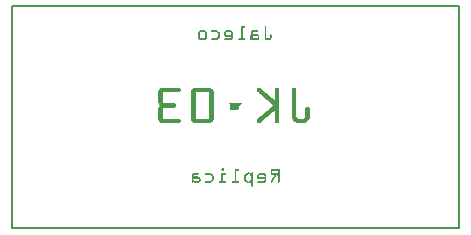
<source format=gbo>
G04 MADE WITH FRITZING*
G04 WWW.FRITZING.ORG*
G04 DOUBLE SIDED*
G04 HOLES PLATED*
G04 CONTOUR ON CENTER OF CONTOUR VECTOR*
%ASAXBY*%
%FSLAX23Y23*%
%MOIN*%
%OFA0B0*%
%SFA1.0B1.0*%
%ADD10R,1.496060X0.748031X1.480060X0.732031*%
%ADD11C,0.008000*%
%ADD12R,0.001000X0.001000*%
%LNSILK0*%
G90*
G70*
G54D11*
X4Y744D02*
X1492Y744D01*
X1492Y4D01*
X4Y4D01*
X4Y744D01*
D02*
G54D12*
X768Y677D02*
X778Y677D01*
X847Y677D02*
X848Y677D01*
X767Y676D02*
X780Y676D01*
X845Y676D02*
X849Y676D01*
X766Y675D02*
X780Y675D01*
X845Y675D02*
X850Y675D01*
X766Y674D02*
X780Y674D01*
X845Y674D02*
X850Y674D01*
X766Y673D02*
X780Y673D01*
X845Y673D02*
X850Y673D01*
X766Y672D02*
X779Y672D01*
X845Y672D02*
X850Y672D01*
X766Y671D02*
X772Y671D01*
X845Y671D02*
X850Y671D01*
X766Y670D02*
X771Y670D01*
X845Y670D02*
X850Y670D01*
X766Y669D02*
X771Y669D01*
X845Y669D02*
X850Y669D01*
X766Y668D02*
X771Y668D01*
X845Y668D02*
X850Y668D01*
X766Y667D02*
X771Y667D01*
X845Y667D02*
X850Y667D01*
X766Y666D02*
X771Y666D01*
X845Y666D02*
X850Y666D01*
X766Y665D02*
X771Y665D01*
X845Y665D02*
X850Y665D01*
X631Y664D02*
X643Y664D01*
X668Y664D02*
X684Y664D01*
X719Y664D02*
X731Y664D01*
X766Y664D02*
X771Y664D01*
X805Y664D02*
X820Y664D01*
X845Y664D02*
X850Y664D01*
X629Y663D02*
X646Y663D01*
X667Y663D02*
X686Y663D01*
X717Y663D02*
X733Y663D01*
X766Y663D02*
X771Y663D01*
X803Y663D02*
X821Y663D01*
X845Y663D02*
X850Y663D01*
X628Y662D02*
X647Y662D01*
X667Y662D02*
X688Y662D01*
X716Y662D02*
X734Y662D01*
X766Y662D02*
X771Y662D01*
X802Y662D02*
X821Y662D01*
X845Y662D02*
X850Y662D01*
X627Y661D02*
X648Y661D01*
X667Y661D02*
X689Y661D01*
X714Y661D02*
X736Y661D01*
X766Y661D02*
X771Y661D01*
X801Y661D02*
X821Y661D01*
X845Y661D02*
X850Y661D01*
X626Y660D02*
X649Y660D01*
X667Y660D02*
X690Y660D01*
X713Y660D02*
X737Y660D01*
X766Y660D02*
X771Y660D01*
X800Y660D02*
X821Y660D01*
X845Y660D02*
X850Y660D01*
X625Y659D02*
X650Y659D01*
X668Y659D02*
X691Y659D01*
X712Y659D02*
X737Y659D01*
X766Y659D02*
X771Y659D01*
X800Y659D02*
X820Y659D01*
X845Y659D02*
X850Y659D01*
X624Y658D02*
X632Y658D01*
X643Y658D02*
X651Y658D01*
X684Y658D02*
X692Y658D01*
X712Y658D02*
X720Y658D01*
X731Y658D02*
X738Y658D01*
X766Y658D02*
X771Y658D01*
X799Y658D02*
X806Y658D01*
X845Y658D02*
X850Y658D01*
X624Y657D02*
X630Y657D01*
X644Y657D02*
X651Y657D01*
X685Y657D02*
X693Y657D01*
X711Y657D02*
X718Y657D01*
X732Y657D02*
X739Y657D01*
X766Y657D02*
X771Y657D01*
X799Y657D02*
X804Y657D01*
X845Y657D02*
X850Y657D01*
X623Y656D02*
X629Y656D01*
X646Y656D02*
X652Y656D01*
X686Y656D02*
X694Y656D01*
X711Y656D02*
X717Y656D01*
X733Y656D02*
X739Y656D01*
X766Y656D02*
X771Y656D01*
X799Y656D02*
X804Y656D01*
X845Y656D02*
X850Y656D01*
X623Y655D02*
X628Y655D01*
X646Y655D02*
X652Y655D01*
X687Y655D02*
X695Y655D01*
X711Y655D02*
X716Y655D01*
X734Y655D02*
X739Y655D01*
X766Y655D02*
X771Y655D01*
X799Y655D02*
X804Y655D01*
X845Y655D02*
X850Y655D01*
X623Y654D02*
X628Y654D01*
X647Y654D02*
X652Y654D01*
X689Y654D02*
X695Y654D01*
X710Y654D02*
X716Y654D01*
X734Y654D02*
X739Y654D01*
X766Y654D02*
X771Y654D01*
X799Y654D02*
X804Y654D01*
X845Y654D02*
X850Y654D01*
X623Y653D02*
X628Y653D01*
X647Y653D02*
X652Y653D01*
X690Y653D02*
X696Y653D01*
X710Y653D02*
X716Y653D01*
X734Y653D02*
X740Y653D01*
X766Y653D02*
X771Y653D01*
X799Y653D02*
X804Y653D01*
X845Y653D02*
X850Y653D01*
X623Y652D02*
X628Y652D01*
X647Y652D02*
X652Y652D01*
X690Y652D02*
X696Y652D01*
X710Y652D02*
X716Y652D01*
X734Y652D02*
X740Y652D01*
X766Y652D02*
X771Y652D01*
X799Y652D02*
X804Y652D01*
X845Y652D02*
X850Y652D01*
X623Y651D02*
X628Y651D01*
X647Y651D02*
X652Y651D01*
X691Y651D02*
X696Y651D01*
X710Y651D02*
X716Y651D01*
X734Y651D02*
X740Y651D01*
X766Y651D02*
X771Y651D01*
X799Y651D02*
X821Y651D01*
X845Y651D02*
X850Y651D01*
X864Y651D02*
X867Y651D01*
X623Y650D02*
X628Y650D01*
X647Y650D02*
X652Y650D01*
X691Y650D02*
X696Y650D01*
X710Y650D02*
X716Y650D01*
X734Y650D02*
X740Y650D01*
X766Y650D02*
X771Y650D01*
X799Y650D02*
X823Y650D01*
X845Y650D02*
X850Y650D01*
X863Y650D02*
X867Y650D01*
X623Y649D02*
X628Y649D01*
X647Y649D02*
X652Y649D01*
X691Y649D02*
X696Y649D01*
X710Y649D02*
X716Y649D01*
X734Y649D02*
X740Y649D01*
X766Y649D02*
X771Y649D01*
X799Y649D02*
X824Y649D01*
X845Y649D02*
X850Y649D01*
X863Y649D02*
X868Y649D01*
X623Y648D02*
X628Y648D01*
X647Y648D02*
X652Y648D01*
X691Y648D02*
X696Y648D01*
X710Y648D02*
X740Y648D01*
X766Y648D02*
X771Y648D01*
X798Y648D02*
X825Y648D01*
X845Y648D02*
X850Y648D01*
X863Y648D02*
X868Y648D01*
X623Y647D02*
X628Y647D01*
X647Y647D02*
X652Y647D01*
X691Y647D02*
X696Y647D01*
X710Y647D02*
X740Y647D01*
X766Y647D02*
X771Y647D01*
X798Y647D02*
X826Y647D01*
X845Y647D02*
X850Y647D01*
X863Y647D02*
X868Y647D01*
X623Y646D02*
X628Y646D01*
X647Y646D02*
X652Y646D01*
X691Y646D02*
X696Y646D01*
X710Y646D02*
X740Y646D01*
X766Y646D02*
X771Y646D01*
X798Y646D02*
X826Y646D01*
X845Y646D02*
X850Y646D01*
X863Y646D02*
X868Y646D01*
X623Y645D02*
X628Y645D01*
X647Y645D02*
X652Y645D01*
X691Y645D02*
X696Y645D01*
X711Y645D02*
X740Y645D01*
X766Y645D02*
X771Y645D01*
X798Y645D02*
X805Y645D01*
X821Y645D02*
X827Y645D01*
X845Y645D02*
X850Y645D01*
X863Y645D02*
X868Y645D01*
X623Y644D02*
X628Y644D01*
X647Y644D02*
X652Y644D01*
X691Y644D02*
X696Y644D01*
X711Y644D02*
X740Y644D01*
X766Y644D02*
X771Y644D01*
X798Y644D02*
X804Y644D01*
X822Y644D02*
X827Y644D01*
X845Y644D02*
X850Y644D01*
X863Y644D02*
X868Y644D01*
X623Y643D02*
X628Y643D01*
X647Y643D02*
X652Y643D01*
X691Y643D02*
X696Y643D01*
X713Y643D02*
X740Y643D01*
X766Y643D02*
X771Y643D01*
X798Y643D02*
X804Y643D01*
X822Y643D02*
X827Y643D01*
X845Y643D02*
X850Y643D01*
X863Y643D02*
X868Y643D01*
X623Y642D02*
X628Y642D01*
X647Y642D02*
X652Y642D01*
X690Y642D02*
X696Y642D01*
X734Y642D02*
X740Y642D01*
X766Y642D02*
X771Y642D01*
X798Y642D02*
X803Y642D01*
X822Y642D02*
X827Y642D01*
X845Y642D02*
X850Y642D01*
X863Y642D02*
X868Y642D01*
X623Y641D02*
X628Y641D01*
X647Y641D02*
X652Y641D01*
X689Y641D02*
X695Y641D01*
X734Y641D02*
X740Y641D01*
X766Y641D02*
X771Y641D01*
X798Y641D02*
X803Y641D01*
X822Y641D02*
X827Y641D01*
X845Y641D02*
X850Y641D01*
X863Y641D02*
X868Y641D01*
X623Y640D02*
X628Y640D01*
X647Y640D02*
X652Y640D01*
X688Y640D02*
X695Y640D01*
X734Y640D02*
X739Y640D01*
X766Y640D02*
X771Y640D01*
X798Y640D02*
X804Y640D01*
X822Y640D02*
X827Y640D01*
X845Y640D02*
X850Y640D01*
X863Y640D02*
X868Y640D01*
X623Y639D02*
X629Y639D01*
X646Y639D02*
X652Y639D01*
X687Y639D02*
X694Y639D01*
X734Y639D02*
X739Y639D01*
X766Y639D02*
X771Y639D01*
X798Y639D02*
X805Y639D01*
X822Y639D02*
X827Y639D01*
X845Y639D02*
X850Y639D01*
X863Y639D02*
X868Y639D01*
X623Y638D02*
X630Y638D01*
X645Y638D02*
X651Y638D01*
X686Y638D02*
X694Y638D01*
X733Y638D02*
X739Y638D01*
X766Y638D02*
X771Y638D01*
X798Y638D02*
X807Y638D01*
X822Y638D02*
X827Y638D01*
X845Y638D02*
X850Y638D01*
X863Y638D02*
X868Y638D01*
X624Y637D02*
X631Y637D01*
X644Y637D02*
X651Y637D01*
X685Y637D02*
X693Y637D01*
X731Y637D02*
X739Y637D01*
X766Y637D02*
X771Y637D01*
X798Y637D02*
X808Y637D01*
X821Y637D02*
X827Y637D01*
X845Y637D02*
X851Y637D01*
X862Y637D02*
X868Y637D01*
X624Y636D02*
X651Y636D01*
X669Y636D02*
X692Y636D01*
X713Y636D02*
X738Y636D01*
X760Y636D02*
X778Y636D01*
X798Y636D02*
X827Y636D01*
X845Y636D02*
X867Y636D01*
X625Y635D02*
X650Y635D01*
X667Y635D02*
X691Y635D01*
X711Y635D02*
X737Y635D01*
X758Y635D02*
X780Y635D01*
X798Y635D02*
X826Y635D01*
X846Y635D02*
X867Y635D01*
X626Y634D02*
X649Y634D01*
X667Y634D02*
X689Y634D01*
X711Y634D02*
X736Y634D01*
X757Y634D02*
X780Y634D01*
X798Y634D02*
X826Y634D01*
X846Y634D02*
X866Y634D01*
X627Y633D02*
X648Y633D01*
X667Y633D02*
X688Y633D01*
X710Y633D02*
X735Y633D01*
X757Y633D02*
X780Y633D01*
X798Y633D02*
X825Y633D01*
X847Y633D02*
X865Y633D01*
X629Y632D02*
X646Y632D01*
X667Y632D02*
X687Y632D01*
X711Y632D02*
X734Y632D01*
X757Y632D02*
X780Y632D01*
X798Y632D02*
X803Y632D01*
X806Y632D02*
X824Y632D01*
X848Y632D02*
X864Y632D01*
X630Y631D02*
X645Y631D01*
X668Y631D02*
X686Y631D01*
X711Y631D02*
X732Y631D01*
X758Y631D02*
X779Y631D01*
X799Y631D02*
X802Y631D01*
X808Y631D02*
X822Y631D01*
X850Y631D02*
X863Y631D01*
X504Y472D02*
X559Y472D01*
X614Y472D02*
X660Y472D01*
X825Y472D02*
X827Y472D01*
X885Y472D02*
X887Y472D01*
X942Y472D02*
X944Y472D01*
X500Y471D02*
X561Y471D01*
X609Y471D02*
X665Y471D01*
X822Y471D02*
X829Y471D01*
X883Y471D02*
X889Y471D01*
X939Y471D02*
X946Y471D01*
X498Y470D02*
X562Y470D01*
X608Y470D02*
X666Y470D01*
X821Y470D02*
X831Y470D01*
X881Y470D02*
X891Y470D01*
X938Y470D02*
X948Y470D01*
X497Y469D02*
X563Y469D01*
X606Y469D02*
X668Y469D01*
X820Y469D02*
X832Y469D01*
X880Y469D02*
X892Y469D01*
X937Y469D02*
X949Y469D01*
X495Y468D02*
X564Y468D01*
X605Y468D02*
X669Y468D01*
X820Y468D02*
X833Y468D01*
X880Y468D02*
X892Y468D01*
X937Y468D02*
X949Y468D01*
X494Y467D02*
X564Y467D01*
X604Y467D02*
X670Y467D01*
X819Y467D02*
X834Y467D01*
X879Y467D02*
X893Y467D01*
X936Y467D02*
X950Y467D01*
X494Y466D02*
X565Y466D01*
X603Y466D02*
X671Y466D01*
X819Y466D02*
X835Y466D01*
X879Y466D02*
X893Y466D01*
X936Y466D02*
X950Y466D01*
X493Y465D02*
X565Y465D01*
X602Y465D02*
X672Y465D01*
X819Y465D02*
X837Y465D01*
X879Y465D02*
X893Y465D01*
X936Y465D02*
X950Y465D01*
X492Y464D02*
X565Y464D01*
X602Y464D02*
X672Y464D01*
X819Y464D02*
X838Y464D01*
X879Y464D02*
X893Y464D01*
X936Y464D02*
X950Y464D01*
X492Y463D02*
X565Y463D01*
X601Y463D02*
X673Y463D01*
X819Y463D02*
X839Y463D01*
X879Y463D02*
X893Y463D01*
X936Y463D02*
X950Y463D01*
X491Y462D02*
X564Y462D01*
X601Y462D02*
X673Y462D01*
X819Y462D02*
X840Y462D01*
X879Y462D02*
X893Y462D01*
X936Y462D02*
X950Y462D01*
X491Y461D02*
X564Y461D01*
X600Y461D02*
X674Y461D01*
X820Y461D02*
X841Y461D01*
X879Y461D02*
X893Y461D01*
X936Y461D02*
X950Y461D01*
X491Y460D02*
X563Y460D01*
X600Y460D02*
X674Y460D01*
X820Y460D02*
X842Y460D01*
X879Y460D02*
X893Y460D01*
X936Y460D02*
X950Y460D01*
X490Y459D02*
X562Y459D01*
X600Y459D02*
X674Y459D01*
X821Y459D02*
X844Y459D01*
X879Y459D02*
X893Y459D01*
X936Y459D02*
X950Y459D01*
X490Y458D02*
X561Y458D01*
X600Y458D02*
X674Y458D01*
X822Y458D02*
X845Y458D01*
X879Y458D02*
X893Y458D01*
X936Y458D02*
X950Y458D01*
X490Y457D02*
X559Y457D01*
X600Y457D02*
X674Y457D01*
X823Y457D02*
X846Y457D01*
X879Y457D02*
X893Y457D01*
X936Y457D02*
X950Y457D01*
X490Y456D02*
X505Y456D01*
X600Y456D02*
X614Y456D01*
X660Y456D02*
X674Y456D01*
X825Y456D02*
X847Y456D01*
X879Y456D02*
X893Y456D01*
X936Y456D02*
X950Y456D01*
X490Y455D02*
X505Y455D01*
X600Y455D02*
X614Y455D01*
X660Y455D02*
X674Y455D01*
X826Y455D02*
X848Y455D01*
X879Y455D02*
X893Y455D01*
X936Y455D02*
X950Y455D01*
X490Y454D02*
X505Y454D01*
X600Y454D02*
X614Y454D01*
X660Y454D02*
X674Y454D01*
X827Y454D02*
X849Y454D01*
X879Y454D02*
X893Y454D01*
X936Y454D02*
X950Y454D01*
X490Y453D02*
X505Y453D01*
X600Y453D02*
X614Y453D01*
X660Y453D02*
X674Y453D01*
X828Y453D02*
X851Y453D01*
X879Y453D02*
X893Y453D01*
X936Y453D02*
X950Y453D01*
X490Y452D02*
X505Y452D01*
X600Y452D02*
X614Y452D01*
X660Y452D02*
X674Y452D01*
X829Y452D02*
X852Y452D01*
X879Y452D02*
X893Y452D01*
X936Y452D02*
X950Y452D01*
X490Y451D02*
X505Y451D01*
X600Y451D02*
X614Y451D01*
X660Y451D02*
X674Y451D01*
X830Y451D02*
X853Y451D01*
X879Y451D02*
X893Y451D01*
X936Y451D02*
X950Y451D01*
X490Y450D02*
X505Y450D01*
X600Y450D02*
X614Y450D01*
X660Y450D02*
X674Y450D01*
X832Y450D02*
X854Y450D01*
X879Y450D02*
X893Y450D01*
X936Y450D02*
X950Y450D01*
X490Y449D02*
X505Y449D01*
X600Y449D02*
X614Y449D01*
X660Y449D02*
X674Y449D01*
X833Y449D02*
X855Y449D01*
X879Y449D02*
X893Y449D01*
X936Y449D02*
X950Y449D01*
X490Y448D02*
X505Y448D01*
X600Y448D02*
X614Y448D01*
X660Y448D02*
X674Y448D01*
X834Y448D02*
X856Y448D01*
X879Y448D02*
X893Y448D01*
X936Y448D02*
X950Y448D01*
X490Y447D02*
X505Y447D01*
X600Y447D02*
X614Y447D01*
X660Y447D02*
X674Y447D01*
X835Y447D02*
X858Y447D01*
X879Y447D02*
X893Y447D01*
X936Y447D02*
X950Y447D01*
X490Y446D02*
X505Y446D01*
X600Y446D02*
X614Y446D01*
X660Y446D02*
X674Y446D01*
X836Y446D02*
X859Y446D01*
X879Y446D02*
X893Y446D01*
X936Y446D02*
X950Y446D01*
X490Y445D02*
X505Y445D01*
X600Y445D02*
X614Y445D01*
X660Y445D02*
X674Y445D01*
X837Y445D02*
X860Y445D01*
X879Y445D02*
X893Y445D01*
X936Y445D02*
X950Y445D01*
X490Y444D02*
X505Y444D01*
X600Y444D02*
X614Y444D01*
X660Y444D02*
X674Y444D01*
X839Y444D02*
X861Y444D01*
X879Y444D02*
X893Y444D01*
X936Y444D02*
X950Y444D01*
X490Y443D02*
X505Y443D01*
X600Y443D02*
X614Y443D01*
X660Y443D02*
X674Y443D01*
X840Y443D02*
X862Y443D01*
X879Y443D02*
X893Y443D01*
X936Y443D02*
X950Y443D01*
X490Y442D02*
X505Y442D01*
X600Y442D02*
X614Y442D01*
X660Y442D02*
X674Y442D01*
X841Y442D02*
X863Y442D01*
X879Y442D02*
X893Y442D01*
X936Y442D02*
X950Y442D01*
X490Y441D02*
X505Y441D01*
X600Y441D02*
X614Y441D01*
X660Y441D02*
X674Y441D01*
X842Y441D02*
X865Y441D01*
X879Y441D02*
X893Y441D01*
X936Y441D02*
X950Y441D01*
X490Y440D02*
X505Y440D01*
X600Y440D02*
X614Y440D01*
X660Y440D02*
X674Y440D01*
X843Y440D02*
X866Y440D01*
X879Y440D02*
X893Y440D01*
X936Y440D02*
X950Y440D01*
X490Y439D02*
X505Y439D01*
X600Y439D02*
X614Y439D01*
X660Y439D02*
X674Y439D01*
X844Y439D02*
X867Y439D01*
X879Y439D02*
X893Y439D01*
X936Y439D02*
X950Y439D01*
X490Y438D02*
X505Y438D01*
X600Y438D02*
X614Y438D01*
X660Y438D02*
X674Y438D01*
X846Y438D02*
X868Y438D01*
X879Y438D02*
X893Y438D01*
X936Y438D02*
X950Y438D01*
X490Y437D02*
X505Y437D01*
X600Y437D02*
X614Y437D01*
X660Y437D02*
X674Y437D01*
X847Y437D02*
X869Y437D01*
X879Y437D02*
X893Y437D01*
X936Y437D02*
X950Y437D01*
X490Y436D02*
X505Y436D01*
X600Y436D02*
X614Y436D01*
X660Y436D02*
X674Y436D01*
X848Y436D02*
X871Y436D01*
X879Y436D02*
X893Y436D01*
X936Y436D02*
X950Y436D01*
X490Y435D02*
X505Y435D01*
X600Y435D02*
X614Y435D01*
X660Y435D02*
X674Y435D01*
X849Y435D02*
X872Y435D01*
X879Y435D02*
X893Y435D01*
X936Y435D02*
X950Y435D01*
X490Y434D02*
X505Y434D01*
X600Y434D02*
X614Y434D01*
X660Y434D02*
X674Y434D01*
X850Y434D02*
X873Y434D01*
X879Y434D02*
X893Y434D01*
X936Y434D02*
X950Y434D01*
X490Y433D02*
X505Y433D01*
X600Y433D02*
X614Y433D01*
X660Y433D02*
X674Y433D01*
X851Y433D02*
X874Y433D01*
X879Y433D02*
X893Y433D01*
X936Y433D02*
X950Y433D01*
X490Y432D02*
X505Y432D01*
X600Y432D02*
X614Y432D01*
X660Y432D02*
X674Y432D01*
X853Y432D02*
X875Y432D01*
X879Y432D02*
X893Y432D01*
X936Y432D02*
X950Y432D01*
X490Y431D02*
X505Y431D01*
X600Y431D02*
X614Y431D01*
X660Y431D02*
X674Y431D01*
X854Y431D02*
X876Y431D01*
X879Y431D02*
X893Y431D01*
X936Y431D02*
X950Y431D01*
X490Y430D02*
X505Y430D01*
X600Y430D02*
X614Y430D01*
X660Y430D02*
X674Y430D01*
X855Y430D02*
X893Y430D01*
X936Y430D02*
X950Y430D01*
X490Y429D02*
X505Y429D01*
X600Y429D02*
X614Y429D01*
X660Y429D02*
X674Y429D01*
X856Y429D02*
X893Y429D01*
X936Y429D02*
X950Y429D01*
X490Y428D02*
X505Y428D01*
X600Y428D02*
X614Y428D01*
X660Y428D02*
X674Y428D01*
X857Y428D02*
X893Y428D01*
X936Y428D02*
X950Y428D01*
X490Y427D02*
X505Y427D01*
X600Y427D02*
X614Y427D01*
X660Y427D02*
X674Y427D01*
X858Y427D02*
X893Y427D01*
X936Y427D02*
X950Y427D01*
X491Y426D02*
X505Y426D01*
X600Y426D02*
X614Y426D01*
X660Y426D02*
X674Y426D01*
X860Y426D02*
X893Y426D01*
X936Y426D02*
X950Y426D01*
X491Y425D02*
X505Y425D01*
X600Y425D02*
X614Y425D01*
X660Y425D02*
X674Y425D01*
X861Y425D02*
X893Y425D01*
X936Y425D02*
X950Y425D01*
X491Y424D02*
X506Y424D01*
X600Y424D02*
X614Y424D01*
X660Y424D02*
X674Y424D01*
X862Y424D02*
X893Y424D01*
X936Y424D02*
X950Y424D01*
X491Y423D02*
X507Y423D01*
X600Y423D02*
X614Y423D01*
X660Y423D02*
X674Y423D01*
X863Y423D02*
X893Y423D01*
X936Y423D02*
X950Y423D01*
X491Y422D02*
X508Y422D01*
X600Y422D02*
X614Y422D01*
X660Y422D02*
X674Y422D01*
X864Y422D02*
X893Y422D01*
X936Y422D02*
X950Y422D01*
X492Y421D02*
X511Y421D01*
X600Y421D02*
X614Y421D01*
X660Y421D02*
X674Y421D01*
X865Y421D02*
X893Y421D01*
X936Y421D02*
X950Y421D01*
X492Y420D02*
X545Y420D01*
X600Y420D02*
X614Y420D01*
X660Y420D02*
X674Y420D01*
X728Y420D02*
X769Y420D01*
X867Y420D02*
X893Y420D01*
X936Y420D02*
X950Y420D01*
X492Y419D02*
X547Y419D01*
X600Y419D02*
X614Y419D01*
X660Y419D02*
X674Y419D01*
X729Y419D02*
X768Y419D01*
X868Y419D02*
X893Y419D01*
X936Y419D02*
X950Y419D01*
X493Y418D02*
X548Y418D01*
X600Y418D02*
X614Y418D01*
X660Y418D02*
X674Y418D01*
X730Y418D02*
X767Y418D01*
X869Y418D02*
X893Y418D01*
X936Y418D02*
X950Y418D01*
X493Y417D02*
X549Y417D01*
X600Y417D02*
X614Y417D01*
X660Y417D02*
X674Y417D01*
X730Y417D02*
X766Y417D01*
X870Y417D02*
X893Y417D01*
X936Y417D02*
X950Y417D01*
X494Y416D02*
X549Y416D01*
X600Y416D02*
X614Y416D01*
X660Y416D02*
X674Y416D01*
X730Y416D02*
X765Y416D01*
X871Y416D02*
X893Y416D01*
X936Y416D02*
X950Y416D01*
X495Y415D02*
X549Y415D01*
X600Y415D02*
X614Y415D01*
X660Y415D02*
X674Y415D01*
X731Y415D02*
X764Y415D01*
X872Y415D02*
X893Y415D01*
X936Y415D02*
X950Y415D01*
X496Y414D02*
X550Y414D01*
X600Y414D02*
X614Y414D01*
X660Y414D02*
X674Y414D01*
X731Y414D02*
X763Y414D01*
X874Y414D02*
X893Y414D01*
X936Y414D02*
X950Y414D01*
X496Y413D02*
X550Y413D01*
X600Y413D02*
X614Y413D01*
X660Y413D02*
X674Y413D01*
X731Y413D02*
X762Y413D01*
X874Y413D02*
X893Y413D01*
X936Y413D02*
X950Y413D01*
X496Y412D02*
X550Y412D01*
X600Y412D02*
X614Y412D01*
X660Y412D02*
X674Y412D01*
X731Y412D02*
X762Y412D01*
X873Y412D02*
X893Y412D01*
X936Y412D02*
X950Y412D01*
X495Y411D02*
X549Y411D01*
X600Y411D02*
X614Y411D01*
X660Y411D02*
X674Y411D01*
X731Y411D02*
X761Y411D01*
X872Y411D02*
X893Y411D01*
X936Y411D02*
X950Y411D01*
X494Y410D02*
X549Y410D01*
X600Y410D02*
X614Y410D01*
X660Y410D02*
X674Y410D01*
X731Y410D02*
X760Y410D01*
X871Y410D02*
X893Y410D01*
X936Y410D02*
X950Y410D01*
X493Y409D02*
X549Y409D01*
X600Y409D02*
X614Y409D01*
X660Y409D02*
X674Y409D01*
X731Y409D02*
X760Y409D01*
X870Y409D02*
X893Y409D01*
X936Y409D02*
X950Y409D01*
X493Y408D02*
X548Y408D01*
X600Y408D02*
X614Y408D01*
X660Y408D02*
X674Y408D01*
X731Y408D02*
X759Y408D01*
X869Y408D02*
X893Y408D01*
X936Y408D02*
X950Y408D01*
X492Y407D02*
X547Y407D01*
X600Y407D02*
X614Y407D01*
X660Y407D02*
X674Y407D01*
X731Y407D02*
X759Y407D01*
X868Y407D02*
X893Y407D01*
X936Y407D02*
X950Y407D01*
X985Y407D02*
X991Y407D01*
X492Y406D02*
X545Y406D01*
X600Y406D02*
X614Y406D01*
X660Y406D02*
X674Y406D01*
X731Y406D02*
X759Y406D01*
X866Y406D02*
X893Y406D01*
X936Y406D02*
X950Y406D01*
X983Y406D02*
X992Y406D01*
X492Y405D02*
X510Y405D01*
X600Y405D02*
X614Y405D01*
X660Y405D02*
X674Y405D01*
X731Y405D02*
X758Y405D01*
X865Y405D02*
X893Y405D01*
X936Y405D02*
X950Y405D01*
X983Y405D02*
X993Y405D01*
X491Y404D02*
X508Y404D01*
X600Y404D02*
X614Y404D01*
X660Y404D02*
X674Y404D01*
X731Y404D02*
X758Y404D01*
X864Y404D02*
X893Y404D01*
X936Y404D02*
X950Y404D01*
X982Y404D02*
X994Y404D01*
X491Y403D02*
X507Y403D01*
X600Y403D02*
X614Y403D01*
X660Y403D02*
X674Y403D01*
X730Y403D02*
X758Y403D01*
X863Y403D02*
X893Y403D01*
X936Y403D02*
X950Y403D01*
X981Y403D02*
X995Y403D01*
X491Y402D02*
X506Y402D01*
X600Y402D02*
X614Y402D01*
X660Y402D02*
X674Y402D01*
X730Y402D02*
X758Y402D01*
X862Y402D02*
X893Y402D01*
X936Y402D02*
X950Y402D01*
X981Y402D02*
X995Y402D01*
X491Y401D02*
X505Y401D01*
X600Y401D02*
X614Y401D01*
X660Y401D02*
X674Y401D01*
X729Y401D02*
X758Y401D01*
X861Y401D02*
X893Y401D01*
X936Y401D02*
X950Y401D01*
X981Y401D02*
X995Y401D01*
X490Y400D02*
X505Y400D01*
X600Y400D02*
X614Y400D01*
X660Y400D02*
X674Y400D01*
X729Y400D02*
X757Y400D01*
X859Y400D02*
X893Y400D01*
X936Y400D02*
X950Y400D01*
X981Y400D02*
X995Y400D01*
X490Y399D02*
X505Y399D01*
X600Y399D02*
X614Y399D01*
X660Y399D02*
X674Y399D01*
X728Y399D02*
X758Y399D01*
X858Y399D02*
X893Y399D01*
X936Y399D02*
X950Y399D01*
X981Y399D02*
X995Y399D01*
X490Y398D02*
X505Y398D01*
X600Y398D02*
X614Y398D01*
X660Y398D02*
X674Y398D01*
X857Y398D02*
X893Y398D01*
X936Y398D02*
X950Y398D01*
X981Y398D02*
X995Y398D01*
X490Y397D02*
X505Y397D01*
X600Y397D02*
X614Y397D01*
X660Y397D02*
X674Y397D01*
X856Y397D02*
X893Y397D01*
X936Y397D02*
X950Y397D01*
X981Y397D02*
X995Y397D01*
X490Y396D02*
X505Y396D01*
X600Y396D02*
X614Y396D01*
X660Y396D02*
X674Y396D01*
X855Y396D02*
X893Y396D01*
X936Y396D02*
X950Y396D01*
X981Y396D02*
X995Y396D01*
X490Y395D02*
X505Y395D01*
X600Y395D02*
X614Y395D01*
X660Y395D02*
X674Y395D01*
X854Y395D02*
X876Y395D01*
X879Y395D02*
X893Y395D01*
X936Y395D02*
X950Y395D01*
X981Y395D02*
X995Y395D01*
X490Y394D02*
X505Y394D01*
X600Y394D02*
X614Y394D01*
X660Y394D02*
X674Y394D01*
X852Y394D02*
X875Y394D01*
X879Y394D02*
X893Y394D01*
X936Y394D02*
X950Y394D01*
X981Y394D02*
X995Y394D01*
X490Y393D02*
X505Y393D01*
X600Y393D02*
X614Y393D01*
X660Y393D02*
X674Y393D01*
X851Y393D02*
X874Y393D01*
X879Y393D02*
X893Y393D01*
X936Y393D02*
X950Y393D01*
X981Y393D02*
X995Y393D01*
X490Y392D02*
X505Y392D01*
X600Y392D02*
X614Y392D01*
X660Y392D02*
X674Y392D01*
X850Y392D02*
X873Y392D01*
X879Y392D02*
X893Y392D01*
X936Y392D02*
X950Y392D01*
X981Y392D02*
X995Y392D01*
X490Y391D02*
X505Y391D01*
X600Y391D02*
X614Y391D01*
X660Y391D02*
X674Y391D01*
X849Y391D02*
X871Y391D01*
X879Y391D02*
X893Y391D01*
X936Y391D02*
X950Y391D01*
X981Y391D02*
X995Y391D01*
X490Y390D02*
X505Y390D01*
X600Y390D02*
X614Y390D01*
X660Y390D02*
X674Y390D01*
X848Y390D02*
X870Y390D01*
X879Y390D02*
X893Y390D01*
X936Y390D02*
X950Y390D01*
X981Y390D02*
X995Y390D01*
X490Y389D02*
X505Y389D01*
X600Y389D02*
X614Y389D01*
X660Y389D02*
X674Y389D01*
X847Y389D02*
X869Y389D01*
X879Y389D02*
X893Y389D01*
X936Y389D02*
X950Y389D01*
X981Y389D02*
X995Y389D01*
X490Y388D02*
X505Y388D01*
X600Y388D02*
X614Y388D01*
X660Y388D02*
X674Y388D01*
X845Y388D02*
X868Y388D01*
X879Y388D02*
X893Y388D01*
X936Y388D02*
X950Y388D01*
X981Y388D02*
X995Y388D01*
X490Y387D02*
X505Y387D01*
X600Y387D02*
X614Y387D01*
X660Y387D02*
X674Y387D01*
X844Y387D02*
X867Y387D01*
X879Y387D02*
X893Y387D01*
X936Y387D02*
X950Y387D01*
X981Y387D02*
X995Y387D01*
X490Y386D02*
X505Y386D01*
X600Y386D02*
X614Y386D01*
X660Y386D02*
X674Y386D01*
X843Y386D02*
X866Y386D01*
X879Y386D02*
X893Y386D01*
X936Y386D02*
X950Y386D01*
X981Y386D02*
X995Y386D01*
X490Y385D02*
X505Y385D01*
X600Y385D02*
X614Y385D01*
X660Y385D02*
X674Y385D01*
X842Y385D02*
X864Y385D01*
X879Y385D02*
X893Y385D01*
X936Y385D02*
X950Y385D01*
X981Y385D02*
X995Y385D01*
X490Y384D02*
X505Y384D01*
X600Y384D02*
X614Y384D01*
X660Y384D02*
X674Y384D01*
X841Y384D02*
X863Y384D01*
X879Y384D02*
X893Y384D01*
X936Y384D02*
X950Y384D01*
X981Y384D02*
X995Y384D01*
X490Y383D02*
X505Y383D01*
X600Y383D02*
X614Y383D01*
X660Y383D02*
X674Y383D01*
X840Y383D02*
X862Y383D01*
X879Y383D02*
X893Y383D01*
X936Y383D02*
X950Y383D01*
X981Y383D02*
X995Y383D01*
X490Y382D02*
X505Y382D01*
X600Y382D02*
X614Y382D01*
X660Y382D02*
X674Y382D01*
X838Y382D02*
X861Y382D01*
X879Y382D02*
X893Y382D01*
X936Y382D02*
X950Y382D01*
X981Y382D02*
X995Y382D01*
X490Y381D02*
X505Y381D01*
X600Y381D02*
X614Y381D01*
X660Y381D02*
X674Y381D01*
X837Y381D02*
X860Y381D01*
X879Y381D02*
X893Y381D01*
X936Y381D02*
X950Y381D01*
X981Y381D02*
X995Y381D01*
X490Y380D02*
X505Y380D01*
X600Y380D02*
X614Y380D01*
X660Y380D02*
X674Y380D01*
X836Y380D02*
X859Y380D01*
X879Y380D02*
X893Y380D01*
X936Y380D02*
X950Y380D01*
X981Y380D02*
X995Y380D01*
X490Y379D02*
X505Y379D01*
X600Y379D02*
X614Y379D01*
X660Y379D02*
X674Y379D01*
X835Y379D02*
X857Y379D01*
X879Y379D02*
X893Y379D01*
X936Y379D02*
X950Y379D01*
X981Y379D02*
X995Y379D01*
X490Y378D02*
X505Y378D01*
X600Y378D02*
X614Y378D01*
X660Y378D02*
X674Y378D01*
X834Y378D02*
X856Y378D01*
X879Y378D02*
X893Y378D01*
X936Y378D02*
X950Y378D01*
X981Y378D02*
X995Y378D01*
X490Y377D02*
X505Y377D01*
X600Y377D02*
X614Y377D01*
X660Y377D02*
X674Y377D01*
X833Y377D02*
X855Y377D01*
X879Y377D02*
X893Y377D01*
X936Y377D02*
X950Y377D01*
X981Y377D02*
X995Y377D01*
X490Y376D02*
X505Y376D01*
X600Y376D02*
X614Y376D01*
X660Y376D02*
X674Y376D01*
X831Y376D02*
X854Y376D01*
X879Y376D02*
X893Y376D01*
X936Y376D02*
X950Y376D01*
X981Y376D02*
X995Y376D01*
X490Y375D02*
X505Y375D01*
X600Y375D02*
X614Y375D01*
X660Y375D02*
X674Y375D01*
X830Y375D02*
X853Y375D01*
X879Y375D02*
X893Y375D01*
X936Y375D02*
X950Y375D01*
X981Y375D02*
X995Y375D01*
X490Y374D02*
X505Y374D01*
X600Y374D02*
X614Y374D01*
X660Y374D02*
X674Y374D01*
X829Y374D02*
X852Y374D01*
X879Y374D02*
X893Y374D01*
X936Y374D02*
X951Y374D01*
X980Y374D02*
X995Y374D01*
X490Y373D02*
X505Y373D01*
X600Y373D02*
X614Y373D01*
X660Y373D02*
X674Y373D01*
X828Y373D02*
X850Y373D01*
X879Y373D02*
X893Y373D01*
X936Y373D02*
X951Y373D01*
X980Y373D02*
X995Y373D01*
X490Y372D02*
X505Y372D01*
X600Y372D02*
X614Y372D01*
X660Y372D02*
X674Y372D01*
X827Y372D02*
X849Y372D01*
X879Y372D02*
X893Y372D01*
X936Y372D02*
X952Y372D01*
X979Y372D02*
X995Y372D01*
X490Y371D02*
X505Y371D01*
X600Y371D02*
X614Y371D01*
X660Y371D02*
X674Y371D01*
X825Y371D02*
X848Y371D01*
X879Y371D02*
X893Y371D01*
X937Y371D02*
X953Y371D01*
X978Y371D02*
X994Y371D01*
X490Y370D02*
X505Y370D01*
X600Y370D02*
X614Y370D01*
X660Y370D02*
X674Y370D01*
X824Y370D02*
X847Y370D01*
X879Y370D02*
X893Y370D01*
X937Y370D02*
X955Y370D01*
X976Y370D02*
X994Y370D01*
X490Y369D02*
X559Y369D01*
X600Y369D02*
X674Y369D01*
X823Y369D02*
X846Y369D01*
X879Y369D02*
X893Y369D01*
X937Y369D02*
X994Y369D01*
X490Y368D02*
X561Y368D01*
X600Y368D02*
X674Y368D01*
X822Y368D02*
X845Y368D01*
X879Y368D02*
X893Y368D01*
X938Y368D02*
X993Y368D01*
X491Y367D02*
X563Y367D01*
X600Y367D02*
X674Y367D01*
X821Y367D02*
X843Y367D01*
X879Y367D02*
X893Y367D01*
X938Y367D02*
X993Y367D01*
X491Y366D02*
X563Y366D01*
X600Y366D02*
X674Y366D01*
X820Y366D02*
X842Y366D01*
X879Y366D02*
X893Y366D01*
X939Y366D02*
X992Y366D01*
X491Y365D02*
X564Y365D01*
X600Y365D02*
X673Y365D01*
X819Y365D02*
X841Y365D01*
X879Y365D02*
X893Y365D01*
X939Y365D02*
X992Y365D01*
X491Y364D02*
X564Y364D01*
X601Y364D02*
X673Y364D01*
X819Y364D02*
X840Y364D01*
X879Y364D02*
X893Y364D01*
X940Y364D02*
X991Y364D01*
X492Y363D02*
X565Y363D01*
X601Y363D02*
X673Y363D01*
X819Y363D02*
X839Y363D01*
X879Y363D02*
X893Y363D01*
X941Y363D02*
X990Y363D01*
X492Y362D02*
X565Y362D01*
X602Y362D02*
X672Y362D01*
X819Y362D02*
X838Y362D01*
X879Y362D02*
X893Y362D01*
X942Y362D02*
X989Y362D01*
X493Y361D02*
X565Y361D01*
X602Y361D02*
X672Y361D01*
X819Y361D02*
X836Y361D01*
X879Y361D02*
X893Y361D01*
X942Y361D02*
X989Y361D01*
X494Y360D02*
X564Y360D01*
X603Y360D02*
X671Y360D01*
X819Y360D02*
X835Y360D01*
X879Y360D02*
X893Y360D01*
X943Y360D02*
X987Y360D01*
X495Y359D02*
X564Y359D01*
X604Y359D02*
X670Y359D01*
X819Y359D02*
X834Y359D01*
X879Y359D02*
X893Y359D01*
X945Y359D02*
X986Y359D01*
X496Y358D02*
X564Y358D01*
X605Y358D02*
X669Y358D01*
X820Y358D02*
X833Y358D01*
X880Y358D02*
X892Y358D01*
X946Y358D02*
X985Y358D01*
X497Y357D02*
X563Y357D01*
X606Y357D02*
X668Y357D01*
X820Y357D02*
X832Y357D01*
X881Y357D02*
X891Y357D01*
X948Y357D02*
X983Y357D01*
X498Y356D02*
X562Y356D01*
X608Y356D02*
X666Y356D01*
X821Y356D02*
X831Y356D01*
X881Y356D02*
X891Y356D01*
X949Y356D02*
X981Y356D01*
X500Y355D02*
X561Y355D01*
X610Y355D02*
X664Y355D01*
X823Y355D02*
X829Y355D01*
X883Y355D02*
X889Y355D01*
X952Y355D02*
X978Y355D01*
X703Y204D02*
X708Y204D01*
X702Y203D02*
X709Y203D01*
X702Y202D02*
X709Y202D01*
X701Y201D02*
X710Y201D01*
X746Y201D02*
X758Y201D01*
X870Y201D02*
X894Y201D01*
X701Y200D02*
X710Y200D01*
X746Y200D02*
X759Y200D01*
X868Y200D02*
X894Y200D01*
X701Y199D02*
X710Y199D01*
X745Y199D02*
X759Y199D01*
X867Y199D02*
X894Y199D01*
X702Y198D02*
X709Y198D01*
X745Y198D02*
X759Y198D01*
X866Y198D02*
X894Y198D01*
X702Y197D02*
X709Y197D01*
X745Y197D02*
X759Y197D01*
X866Y197D02*
X894Y197D01*
X703Y196D02*
X708Y196D01*
X745Y196D02*
X758Y196D01*
X865Y196D02*
X894Y196D01*
X745Y195D02*
X750Y195D01*
X865Y195D02*
X871Y195D01*
X889Y195D02*
X894Y195D01*
X745Y194D02*
X750Y194D01*
X865Y194D02*
X870Y194D01*
X889Y194D02*
X894Y194D01*
X745Y193D02*
X750Y193D01*
X865Y193D02*
X870Y193D01*
X889Y193D02*
X894Y193D01*
X745Y192D02*
X750Y192D01*
X865Y192D02*
X870Y192D01*
X889Y192D02*
X894Y192D01*
X745Y191D02*
X750Y191D01*
X865Y191D02*
X870Y191D01*
X889Y191D02*
X894Y191D01*
X745Y190D02*
X750Y190D01*
X790Y190D02*
X793Y190D01*
X803Y190D02*
X804Y190D01*
X865Y190D02*
X870Y190D01*
X889Y190D02*
X894Y190D01*
X745Y189D02*
X750Y189D01*
X787Y189D02*
X796Y189D01*
X802Y189D02*
X805Y189D01*
X865Y189D02*
X870Y189D01*
X889Y189D02*
X894Y189D01*
X608Y188D02*
X624Y188D01*
X647Y188D02*
X664Y188D01*
X702Y188D02*
X715Y188D01*
X745Y188D02*
X750Y188D01*
X785Y188D02*
X797Y188D01*
X801Y188D02*
X806Y188D01*
X828Y188D02*
X843Y188D01*
X865Y188D02*
X870Y188D01*
X889Y188D02*
X894Y188D01*
X606Y187D02*
X625Y187D01*
X646Y187D02*
X666Y187D01*
X702Y187D02*
X715Y187D01*
X745Y187D02*
X750Y187D01*
X784Y187D02*
X799Y187D01*
X801Y187D02*
X806Y187D01*
X827Y187D02*
X844Y187D01*
X865Y187D02*
X871Y187D01*
X889Y187D02*
X894Y187D01*
X605Y186D02*
X625Y186D01*
X646Y186D02*
X667Y186D01*
X701Y186D02*
X716Y186D01*
X745Y186D02*
X750Y186D01*
X783Y186D02*
X806Y186D01*
X825Y186D02*
X845Y186D01*
X865Y186D02*
X894Y186D01*
X604Y185D02*
X625Y185D01*
X646Y185D02*
X669Y185D01*
X701Y185D02*
X715Y185D01*
X745Y185D02*
X750Y185D01*
X782Y185D02*
X806Y185D01*
X824Y185D02*
X847Y185D01*
X866Y185D02*
X894Y185D01*
X604Y184D02*
X624Y184D01*
X646Y184D02*
X670Y184D01*
X701Y184D02*
X715Y184D01*
X745Y184D02*
X750Y184D01*
X781Y184D02*
X790Y184D01*
X793Y184D02*
X806Y184D01*
X823Y184D02*
X847Y184D01*
X866Y184D02*
X894Y184D01*
X603Y183D02*
X623Y183D01*
X648Y183D02*
X671Y183D01*
X701Y183D02*
X714Y183D01*
X745Y183D02*
X750Y183D01*
X780Y183D02*
X788Y183D01*
X795Y183D02*
X806Y183D01*
X822Y183D02*
X848Y183D01*
X867Y183D02*
X894Y183D01*
X603Y182D02*
X609Y182D01*
X663Y182D02*
X672Y182D01*
X701Y182D02*
X707Y182D01*
X745Y182D02*
X750Y182D01*
X779Y182D02*
X787Y182D01*
X796Y182D02*
X806Y182D01*
X822Y182D02*
X829Y182D01*
X842Y182D02*
X849Y182D01*
X868Y182D02*
X894Y182D01*
X603Y181D02*
X608Y181D01*
X665Y181D02*
X673Y181D01*
X701Y181D02*
X707Y181D01*
X745Y181D02*
X750Y181D01*
X778Y181D02*
X786Y181D01*
X797Y181D02*
X806Y181D01*
X821Y181D02*
X828Y181D01*
X843Y181D02*
X849Y181D01*
X870Y181D02*
X894Y181D01*
X603Y180D02*
X608Y180D01*
X666Y180D02*
X673Y180D01*
X701Y180D02*
X707Y180D01*
X745Y180D02*
X750Y180D01*
X778Y180D02*
X785Y180D01*
X798Y180D02*
X806Y180D01*
X821Y180D02*
X827Y180D01*
X844Y180D02*
X850Y180D01*
X877Y180D02*
X883Y180D01*
X888Y180D02*
X894Y180D01*
X603Y179D02*
X608Y179D01*
X667Y179D02*
X674Y179D01*
X701Y179D02*
X707Y179D01*
X745Y179D02*
X750Y179D01*
X777Y179D02*
X783Y179D01*
X799Y179D02*
X806Y179D01*
X821Y179D02*
X826Y179D01*
X845Y179D02*
X850Y179D01*
X877Y179D02*
X883Y179D01*
X889Y179D02*
X894Y179D01*
X603Y178D02*
X608Y178D01*
X668Y178D02*
X674Y178D01*
X701Y178D02*
X707Y178D01*
X745Y178D02*
X750Y178D01*
X777Y178D02*
X783Y178D01*
X800Y178D02*
X806Y178D01*
X821Y178D02*
X826Y178D01*
X845Y178D02*
X850Y178D01*
X876Y178D02*
X882Y178D01*
X889Y178D02*
X894Y178D01*
X602Y177D02*
X608Y177D01*
X669Y177D02*
X675Y177D01*
X701Y177D02*
X707Y177D01*
X745Y177D02*
X750Y177D01*
X777Y177D02*
X782Y177D01*
X801Y177D02*
X806Y177D01*
X821Y177D02*
X826Y177D01*
X845Y177D02*
X850Y177D01*
X875Y177D02*
X882Y177D01*
X889Y177D02*
X894Y177D01*
X602Y176D02*
X608Y176D01*
X611Y176D02*
X622Y176D01*
X670Y176D02*
X675Y176D01*
X701Y176D02*
X707Y176D01*
X745Y176D02*
X750Y176D01*
X777Y176D02*
X782Y176D01*
X801Y176D02*
X806Y176D01*
X821Y176D02*
X826Y176D01*
X845Y176D02*
X850Y176D01*
X875Y176D02*
X881Y176D01*
X889Y176D02*
X894Y176D01*
X602Y175D02*
X626Y175D01*
X670Y175D02*
X675Y175D01*
X701Y175D02*
X707Y175D01*
X745Y175D02*
X750Y175D01*
X777Y175D02*
X782Y175D01*
X801Y175D02*
X806Y175D01*
X821Y175D02*
X826Y175D01*
X845Y175D02*
X850Y175D01*
X874Y175D02*
X880Y175D01*
X889Y175D02*
X894Y175D01*
X602Y174D02*
X628Y174D01*
X670Y174D02*
X675Y174D01*
X701Y174D02*
X707Y174D01*
X745Y174D02*
X750Y174D01*
X777Y174D02*
X782Y174D01*
X801Y174D02*
X806Y174D01*
X821Y174D02*
X826Y174D01*
X845Y174D02*
X850Y174D01*
X874Y174D02*
X880Y174D01*
X889Y174D02*
X894Y174D01*
X602Y173D02*
X629Y173D01*
X670Y173D02*
X675Y173D01*
X701Y173D02*
X707Y173D01*
X745Y173D02*
X750Y173D01*
X777Y173D02*
X782Y173D01*
X801Y173D02*
X806Y173D01*
X821Y173D02*
X850Y173D01*
X873Y173D02*
X879Y173D01*
X889Y173D02*
X894Y173D01*
X602Y172D02*
X629Y172D01*
X670Y172D02*
X675Y172D01*
X701Y172D02*
X707Y172D01*
X745Y172D02*
X750Y172D01*
X777Y172D02*
X782Y172D01*
X801Y172D02*
X806Y172D01*
X821Y172D02*
X850Y172D01*
X872Y172D02*
X879Y172D01*
X889Y172D02*
X894Y172D01*
X602Y171D02*
X630Y171D01*
X670Y171D02*
X675Y171D01*
X701Y171D02*
X707Y171D01*
X745Y171D02*
X750Y171D01*
X777Y171D02*
X782Y171D01*
X801Y171D02*
X806Y171D01*
X821Y171D02*
X850Y171D01*
X872Y171D02*
X878Y171D01*
X889Y171D02*
X894Y171D01*
X602Y170D02*
X630Y170D01*
X670Y170D02*
X675Y170D01*
X701Y170D02*
X707Y170D01*
X745Y170D02*
X750Y170D01*
X777Y170D02*
X782Y170D01*
X801Y170D02*
X806Y170D01*
X821Y170D02*
X850Y170D01*
X871Y170D02*
X877Y170D01*
X889Y170D02*
X894Y170D01*
X602Y169D02*
X608Y169D01*
X625Y169D02*
X631Y169D01*
X670Y169D02*
X675Y169D01*
X701Y169D02*
X707Y169D01*
X745Y169D02*
X750Y169D01*
X777Y169D02*
X782Y169D01*
X801Y169D02*
X806Y169D01*
X821Y169D02*
X850Y169D01*
X871Y169D02*
X877Y169D01*
X889Y169D02*
X894Y169D01*
X602Y168D02*
X608Y168D01*
X626Y168D02*
X631Y168D01*
X670Y168D02*
X675Y168D01*
X701Y168D02*
X707Y168D01*
X745Y168D02*
X750Y168D01*
X777Y168D02*
X782Y168D01*
X801Y168D02*
X806Y168D01*
X822Y168D02*
X850Y168D01*
X870Y168D02*
X876Y168D01*
X889Y168D02*
X894Y168D01*
X602Y167D02*
X607Y167D01*
X626Y167D02*
X631Y167D01*
X669Y167D02*
X675Y167D01*
X701Y167D02*
X707Y167D01*
X745Y167D02*
X750Y167D01*
X777Y167D02*
X782Y167D01*
X801Y167D02*
X806Y167D01*
X845Y167D02*
X850Y167D01*
X870Y167D02*
X876Y167D01*
X889Y167D02*
X894Y167D01*
X602Y166D02*
X607Y166D01*
X626Y166D02*
X631Y166D01*
X669Y166D02*
X675Y166D01*
X701Y166D02*
X707Y166D01*
X745Y166D02*
X750Y166D01*
X777Y166D02*
X782Y166D01*
X800Y166D02*
X806Y166D01*
X845Y166D02*
X850Y166D01*
X869Y166D02*
X875Y166D01*
X889Y166D02*
X894Y166D01*
X602Y165D02*
X607Y165D01*
X626Y165D02*
X631Y165D01*
X668Y165D02*
X674Y165D01*
X701Y165D02*
X707Y165D01*
X745Y165D02*
X750Y165D01*
X777Y165D02*
X783Y165D01*
X800Y165D02*
X806Y165D01*
X845Y165D02*
X850Y165D01*
X868Y165D02*
X875Y165D01*
X889Y165D02*
X894Y165D01*
X602Y164D02*
X608Y164D01*
X626Y164D02*
X631Y164D01*
X667Y164D02*
X674Y164D01*
X701Y164D02*
X707Y164D01*
X745Y164D02*
X750Y164D01*
X777Y164D02*
X784Y164D01*
X799Y164D02*
X806Y164D01*
X844Y164D02*
X850Y164D01*
X868Y164D02*
X874Y164D01*
X889Y164D02*
X894Y164D01*
X602Y163D02*
X610Y163D01*
X626Y163D02*
X631Y163D01*
X665Y163D02*
X673Y163D01*
X701Y163D02*
X707Y163D01*
X745Y163D02*
X750Y163D01*
X778Y163D02*
X785Y163D01*
X798Y163D02*
X806Y163D01*
X844Y163D02*
X850Y163D01*
X867Y163D02*
X873Y163D01*
X889Y163D02*
X894Y163D01*
X602Y162D02*
X611Y162D01*
X625Y162D02*
X631Y162D01*
X664Y162D02*
X672Y162D01*
X701Y162D02*
X707Y162D01*
X745Y162D02*
X750Y162D01*
X778Y162D02*
X786Y162D01*
X797Y162D02*
X806Y162D01*
X842Y162D02*
X849Y162D01*
X867Y162D02*
X873Y162D01*
X889Y162D02*
X894Y162D01*
X602Y161D02*
X613Y161D01*
X624Y161D02*
X631Y161D01*
X663Y161D02*
X671Y161D01*
X701Y161D02*
X707Y161D01*
X745Y161D02*
X750Y161D01*
X779Y161D02*
X787Y161D01*
X796Y161D02*
X806Y161D01*
X841Y161D02*
X849Y161D01*
X866Y161D02*
X872Y161D01*
X889Y161D02*
X894Y161D01*
X602Y160D02*
X630Y160D01*
X647Y160D02*
X670Y160D01*
X694Y160D02*
X714Y160D01*
X738Y160D02*
X758Y160D01*
X780Y160D02*
X789Y160D01*
X794Y160D02*
X806Y160D01*
X822Y160D02*
X848Y160D01*
X865Y160D02*
X872Y160D01*
X889Y160D02*
X894Y160D01*
X602Y159D02*
X630Y159D01*
X646Y159D02*
X669Y159D01*
X693Y159D02*
X715Y159D01*
X737Y159D02*
X759Y159D01*
X781Y159D02*
X806Y159D01*
X821Y159D02*
X847Y159D01*
X865Y159D02*
X871Y159D01*
X889Y159D02*
X894Y159D01*
X602Y158D02*
X629Y158D01*
X646Y158D02*
X668Y158D01*
X693Y158D02*
X716Y158D01*
X736Y158D02*
X759Y158D01*
X782Y158D02*
X806Y158D01*
X821Y158D02*
X846Y158D01*
X865Y158D02*
X870Y158D01*
X889Y158D02*
X894Y158D01*
X602Y157D02*
X607Y157D01*
X609Y157D02*
X628Y157D01*
X646Y157D02*
X667Y157D01*
X693Y157D02*
X715Y157D01*
X736Y157D02*
X759Y157D01*
X784Y157D02*
X799Y157D01*
X801Y157D02*
X806Y157D01*
X821Y157D02*
X845Y157D01*
X865Y157D02*
X870Y157D01*
X889Y157D02*
X894Y157D01*
X602Y156D02*
X606Y156D01*
X611Y156D02*
X627Y156D01*
X646Y156D02*
X665Y156D01*
X693Y156D02*
X715Y156D01*
X737Y156D02*
X759Y156D01*
X785Y156D02*
X798Y156D01*
X801Y156D02*
X806Y156D01*
X821Y156D02*
X844Y156D01*
X865Y156D02*
X869Y156D01*
X889Y156D02*
X893Y156D01*
X603Y155D02*
X605Y155D01*
X612Y155D02*
X625Y155D01*
X647Y155D02*
X664Y155D01*
X694Y155D02*
X714Y155D01*
X738Y155D02*
X758Y155D01*
X786Y155D02*
X797Y155D01*
X801Y155D02*
X806Y155D01*
X822Y155D02*
X842Y155D01*
X866Y155D02*
X868Y155D01*
X890Y155D02*
X892Y155D01*
X788Y154D02*
X795Y154D01*
X801Y154D02*
X806Y154D01*
X801Y153D02*
X806Y153D01*
X801Y152D02*
X806Y152D01*
X801Y151D02*
X806Y151D01*
X801Y150D02*
X806Y150D01*
X801Y149D02*
X806Y149D01*
X801Y148D02*
X806Y148D01*
X801Y147D02*
X806Y147D01*
X801Y146D02*
X806Y146D01*
X801Y145D02*
X806Y145D01*
X801Y144D02*
X806Y144D01*
X802Y143D02*
X806Y143D01*
X803Y142D02*
X804Y142D01*
D02*
G04 End of Silk0*
M02*
</source>
